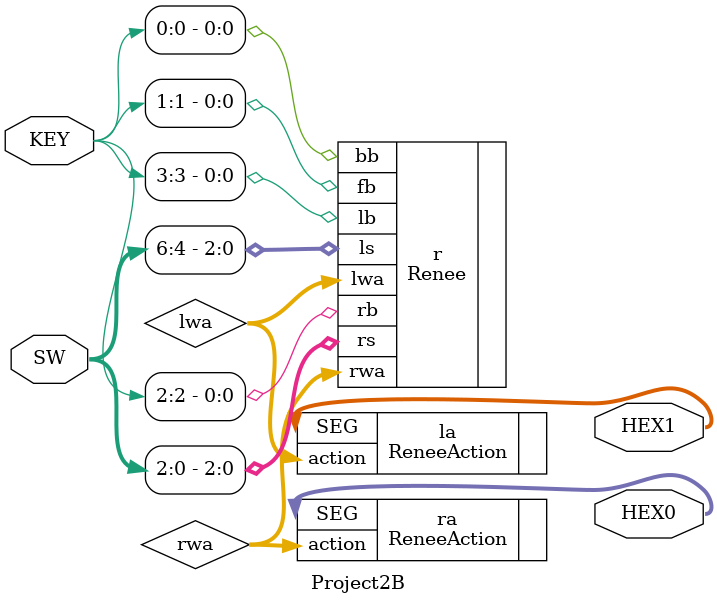
<source format=v>
module Project2B(
	input	[6:0]	SW,
	input	[3:0]	KEY,
	output	[6:0] HEX1, HEX0
	);
	wire	[2:0] lwa, rwa; 	

	Renee r(.ls(SW[6:4]), .rs(SW[2:0]), .lb(KEY[3]), .rb(KEY[2]), .fb(KEY[1]), .bb(KEY[0]), .lwa(lwa), .rwa(rwa));
	ReneeAction la(.SEG(HEX1), .action(lwa));
	ReneeAction ra(.SEG(HEX0), .action(rwa));
	
endmodule // Project2B

</source>
